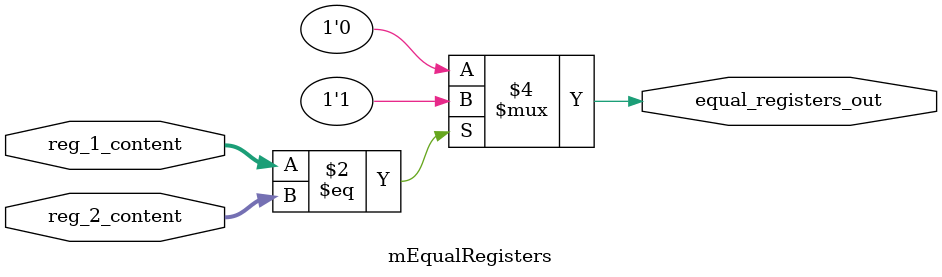
<source format=v>
module mEqualRegisters
(
	//Input
	input wire [31:0] reg_2_content,
	reg_1_content,

	//Output
	output reg equal_registers_out
);
	always @ ( * ) begin
		equal_registers_out = 0;

		if(reg_1_content == reg_2_content)  equal_registers_out = 1;
	end

endmodule

</source>
